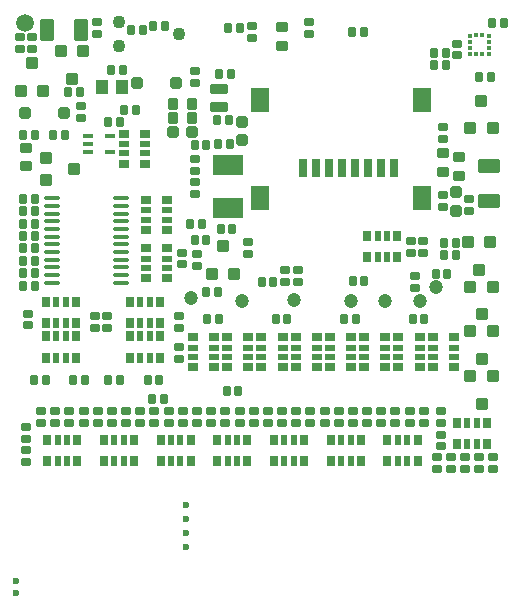
<source format=gbs>
G75*
G70*
%OFA0B0*%
%FSLAX25Y25*%
%IPPOS*%
%LPD*%
%AMOC8*
5,1,8,0,0,1.08239X$1,22.5*
%
%AMM17*
21,1,0.039370,0.030320,0.000000,0.000000,90.000000*
21,1,0.028350,0.041340,0.000000,0.000000,90.000000*
1,1,0.011020,0.015160,0.014170*
1,1,0.011020,0.015160,-0.014170*
1,1,0.011020,-0.015160,-0.014170*
1,1,0.011020,-0.015160,0.014170*
%
%AMM23*
21,1,0.031500,0.018900,0.000000,0.000000,180.000000*
21,1,0.022840,0.027560,0.000000,0.000000,180.000000*
1,1,0.008660,-0.011420,0.009450*
1,1,0.008660,0.011420,0.009450*
1,1,0.008660,0.011420,-0.009450*
1,1,0.008660,-0.011420,-0.009450*
%
%AMM26*
21,1,0.029530,0.026380,0.000000,0.000000,90.000000*
21,1,0.020470,0.035430,0.000000,0.000000,90.000000*
1,1,0.009060,0.013190,0.010240*
1,1,0.009060,0.013190,-0.010240*
1,1,0.009060,-0.013190,-0.010240*
1,1,0.009060,-0.013190,0.010240*
%
%AMM27*
21,1,0.021650,0.027950,0.000000,0.000000,90.000000*
21,1,0.014170,0.035430,0.000000,0.000000,90.000000*
1,1,0.007480,0.013980,0.007090*
1,1,0.007480,0.013980,-0.007090*
1,1,0.007480,-0.013980,-0.007090*
1,1,0.007480,-0.013980,0.007090*
%
%AMM29*
21,1,0.016540,0.028980,0.000000,0.000000,90.000000*
21,1,0.010080,0.035430,0.000000,0.000000,90.000000*
1,1,0.006460,0.014490,0.005040*
1,1,0.006460,0.014490,-0.005040*
1,1,0.006460,-0.014490,-0.005040*
1,1,0.006460,-0.014490,0.005040*
%
%AMM32*
21,1,0.031500,0.018900,0.000000,0.000000,90.000000*
21,1,0.022840,0.027560,0.000000,0.000000,90.000000*
1,1,0.008660,0.009450,0.011420*
1,1,0.008660,0.009450,-0.011420*
1,1,0.008660,-0.009450,-0.011420*
1,1,0.008660,-0.009450,0.011420*
%
%AMM46*
21,1,0.037400,0.026770,0.000000,0.000000,180.000000*
21,1,0.026770,0.037400,0.000000,0.000000,180.000000*
1,1,0.010630,-0.013390,0.013390*
1,1,0.010630,0.013390,0.013390*
1,1,0.010630,0.013390,-0.013390*
1,1,0.010630,-0.013390,-0.013390*
%
%AMM47*
21,1,0.039370,0.030320,0.000000,0.000000,180.000000*
21,1,0.028350,0.041340,0.000000,0.000000,180.000000*
1,1,0.011020,-0.014170,0.015160*
1,1,0.011020,0.014170,0.015160*
1,1,0.011020,0.014170,-0.015160*
1,1,0.011020,-0.014170,-0.015160*
%
%AMM48*
21,1,0.039760,0.026770,0.000000,0.000000,0.000000*
21,1,0.029130,0.037400,0.000000,0.000000,0.000000*
1,1,0.010630,0.014570,-0.013390*
1,1,0.010630,-0.014570,-0.013390*
1,1,0.010630,-0.014570,0.013390*
1,1,0.010630,0.014570,0.013390*
%
%AMM49*
21,1,0.074800,0.036220,0.000000,0.000000,0.000000*
21,1,0.061810,0.049210,0.000000,0.000000,0.000000*
1,1,0.012990,0.030910,-0.018110*
1,1,0.012990,-0.030910,-0.018110*
1,1,0.012990,-0.030910,0.018110*
1,1,0.012990,0.030910,0.018110*
%
%AMM50*
21,1,0.062990,0.020470,0.000000,0.000000,90.000000*
21,1,0.053940,0.029530,0.000000,0.000000,90.000000*
1,1,0.009060,0.010240,0.026970*
1,1,0.009060,0.010240,-0.026970*
1,1,0.009060,-0.010240,-0.026970*
1,1,0.009060,-0.010240,0.026970*
%
%AMM51*
21,1,0.082680,0.045670,0.000000,0.000000,90.000000*
21,1,0.067320,0.061020,0.000000,0.000000,90.000000*
1,1,0.015350,0.022840,0.033660*
1,1,0.015350,0.022840,-0.033660*
1,1,0.015350,-0.022840,-0.033660*
1,1,0.015350,-0.022840,0.033660*
%
%AMM52*
21,1,0.029530,0.026380,0.000000,0.000000,0.000000*
21,1,0.020470,0.035430,0.000000,0.000000,0.000000*
1,1,0.009060,0.010240,-0.013190*
1,1,0.009060,-0.010240,-0.013190*
1,1,0.009060,-0.010240,0.013190*
1,1,0.009060,0.010240,0.013190*
%
%AMM53*
21,1,0.021650,0.027950,0.000000,0.000000,0.000000*
21,1,0.014170,0.035430,0.000000,0.000000,0.000000*
1,1,0.007480,0.007090,-0.013980*
1,1,0.007480,-0.007090,-0.013980*
1,1,0.007480,-0.007090,0.013980*
1,1,0.007480,0.007090,0.013980*
%
%AMM54*
21,1,0.031500,0.030710,0.000000,0.000000,90.000000*
21,1,0.022050,0.040160,0.000000,0.000000,90.000000*
1,1,0.009450,0.015350,0.011020*
1,1,0.009450,0.015350,-0.011020*
1,1,0.009450,-0.015350,-0.011020*
1,1,0.009450,-0.015350,0.011020*
%
%AMM55*
21,1,0.031500,0.049610,0.000000,0.000000,270.000000*
21,1,0.022050,0.059060,0.000000,0.000000,270.000000*
1,1,0.009450,-0.024800,-0.011020*
1,1,0.009450,-0.024800,0.011020*
1,1,0.009450,0.024800,0.011020*
1,1,0.009450,0.024800,-0.011020*
%
%AMM56*
21,1,0.031500,0.030710,0.000000,0.000000,0.000000*
21,1,0.022050,0.040160,0.000000,0.000000,0.000000*
1,1,0.009450,0.011020,-0.015350*
1,1,0.009450,-0.011020,-0.015350*
1,1,0.009450,-0.011020,0.015350*
1,1,0.009450,0.011020,0.015350*
%
%AMM57*
21,1,0.074800,0.036220,0.000000,0.000000,90.000000*
21,1,0.061810,0.049210,0.000000,0.000000,90.000000*
1,1,0.012990,0.018110,0.030910*
1,1,0.012990,0.018110,-0.030910*
1,1,0.012990,-0.018110,-0.030910*
1,1,0.012990,-0.018110,0.030910*
%
%AMM58*
21,1,0.037400,0.026770,0.000000,0.000000,270.000000*
21,1,0.026770,0.037400,0.000000,0.000000,270.000000*
1,1,0.010630,-0.013390,-0.013390*
1,1,0.010630,-0.013390,0.013390*
1,1,0.010630,0.013390,0.013390*
1,1,0.010630,0.013390,-0.013390*
%
%ADD10C,0.02362*%
%ADD120M46*%
%ADD121M47*%
%ADD122M48*%
%ADD123R,0.04331X0.04724*%
%ADD124M49*%
%ADD125M50*%
%ADD126M51*%
%ADD127R,0.09843X0.07087*%
%ADD128M52*%
%ADD129M53*%
%ADD130M54*%
%ADD131M55*%
%ADD132M56*%
%ADD133M57*%
%ADD134M58*%
%ADD135O,0.05354X0.01378*%
%ADD136R,0.01378X0.01772*%
%ADD137R,0.01772X0.01378*%
%ADD70M17*%
%ADD77M23*%
%ADD81M26*%
%ADD82M27*%
%ADD86M29*%
%ADD92M32*%
%ADD93C,0.04294*%
%ADD94C,0.04724*%
%ADD95C,0.05906*%
X0000000Y0000000D02*
%LPD*%
G01*
D10*
X0094882Y0046654D03*
X0094882Y0041929D03*
X0094882Y0051378D03*
X0094882Y0056102D03*
X0038091Y0030669D03*
X0038091Y0026732D03*
X0036614Y0019488D02*
%LPD*%
G01*
D10*
X0094882Y0046653D03*
X0094882Y0041929D03*
X0094882Y0051378D03*
X0094882Y0056102D03*
X0038090Y0030669D03*
X0038090Y0026732D03*
X0036614Y0062992D02*
G01*
G75*
D70*
X0048229Y0164234D02*
D03*
X0057481Y0167974D02*
D03*
D70*
X0048229Y0171715D02*
D03*
D77*
X0068307Y0114960D02*
D03*
X0068307Y0118897D02*
D03*
X0188976Y0157874D02*
D03*
X0188976Y0153937D02*
D03*
X0065256Y0217126D02*
D03*
X0065256Y0213189D02*
D03*
X0098439Y0139764D02*
D03*
X0098439Y0135827D02*
D03*
X0115344Y0139692D02*
D03*
X0115344Y0143629D02*
D03*
X0093307Y0136220D02*
D03*
X0093307Y0140157D02*
D03*
X0042113Y0119808D02*
D03*
X0042113Y0115871D02*
D03*
X0059842Y0188976D02*
D03*
X0059842Y0185039D02*
D03*
X0039370Y0208071D02*
D03*
X0039370Y0212008D02*
D03*
X0171260Y0132283D02*
D03*
X0171260Y0128346D02*
D03*
X0097638Y0196850D02*
D03*
X0097638Y0200787D02*
D03*
X0127855Y0130413D02*
D03*
X0127855Y0134350D02*
D03*
X0116830Y0211713D02*
D03*
X0116830Y0215649D02*
D03*
X0169685Y0144094D02*
D03*
X0169685Y0140157D02*
D03*
X0173622Y0144094D02*
D03*
X0173622Y0140157D02*
D03*
X0043504Y0208071D02*
D03*
X0043504Y0212008D02*
D03*
X0180512Y0159449D02*
D03*
X0180512Y0155512D02*
D03*
X0180315Y0181890D02*
D03*
X0180315Y0177953D02*
D03*
X0132185Y0130413D02*
D03*
X0132185Y0134350D02*
D03*
X0135827Y0216929D02*
D03*
X0135827Y0212992D02*
D03*
X0097638Y0167323D02*
D03*
X0097638Y0171260D02*
D03*
X0097638Y0163779D02*
D03*
X0097638Y0159842D02*
D03*
X0084252Y0087401D02*
D03*
X0084252Y0083464D02*
D03*
X0088976Y0087401D02*
D03*
X0088976Y0083464D02*
D03*
X0093701Y0087401D02*
D03*
X0093701Y0083464D02*
D03*
X0098425Y0087401D02*
D03*
X0098425Y0083464D02*
D03*
X0183071Y0068110D02*
D03*
X0183071Y0072047D02*
D03*
X0187795Y0072047D02*
D03*
X0187795Y0068110D02*
D03*
X0192519Y0068110D02*
D03*
X0192519Y0072047D02*
D03*
X0197244Y0068110D02*
D03*
X0197244Y0072047D02*
D03*
X0064370Y0114960D02*
D03*
X0064370Y0118897D02*
D03*
X0092323Y0114960D02*
D03*
X0092323Y0118897D02*
D03*
X0060630Y0087401D02*
D03*
X0060630Y0083464D02*
D03*
X0055906Y0087401D02*
D03*
X0055906Y0083464D02*
D03*
X0051181Y0087401D02*
D03*
X0051181Y0083464D02*
D03*
X0046457Y0087401D02*
D03*
X0046457Y0083464D02*
D03*
X0079528Y0087401D02*
D03*
X0079528Y0083464D02*
D03*
X0074803Y0087401D02*
D03*
X0074803Y0083464D02*
D03*
X0070079Y0087401D02*
D03*
X0070079Y0083464D02*
D03*
X0065354Y0087401D02*
D03*
X0065354Y0083464D02*
D03*
X0117323Y0087401D02*
D03*
X0117323Y0083464D02*
D03*
X0112599Y0087401D02*
D03*
X0112599Y0083464D02*
D03*
X0107874Y0087401D02*
D03*
X0107874Y0083464D02*
D03*
X0103150Y0087401D02*
D03*
X0103150Y0083464D02*
D03*
X0136221Y0083464D02*
D03*
X0136221Y0087401D02*
D03*
X0131496Y0087401D02*
D03*
X0131496Y0083464D02*
D03*
X0126772Y0087401D02*
D03*
X0126772Y0083464D02*
D03*
X0122047Y0087401D02*
D03*
X0122047Y0083464D02*
D03*
X0155118Y0087401D02*
D03*
X0155118Y0083464D02*
D03*
X0150394Y0087401D02*
D03*
X0150394Y0083464D02*
D03*
X0145669Y0087401D02*
D03*
X0145669Y0083464D02*
D03*
X0140945Y0087401D02*
D03*
X0140945Y0083464D02*
D03*
X0169291Y0087401D02*
D03*
X0169291Y0083464D02*
D03*
X0164567Y0087401D02*
D03*
X0164567Y0083464D02*
D03*
X0159842Y0087401D02*
D03*
X0159842Y0083464D02*
D03*
X0041338Y0078149D02*
D03*
X0041338Y0082086D02*
D03*
X0178347Y0072047D02*
D03*
X0178347Y0068110D02*
D03*
X0092323Y0104724D02*
D03*
X0092323Y0108661D02*
D03*
X0179921Y0083464D02*
D03*
X0179921Y0087401D02*
D03*
X0041338Y0070472D02*
D03*
X0041338Y0074409D02*
D03*
X0179921Y0079527D02*
D03*
X0179921Y0075590D02*
D03*
X0185039Y0209842D02*
D03*
X0185039Y0205905D02*
D03*
X0174016Y0087401D02*
D03*
X0174016Y0083464D02*
D03*
D81*
X0074016Y0179823D02*
D03*
X0081102Y0179823D02*
D03*
X0081102Y0169783D02*
D03*
X0074016Y0169783D02*
D03*
X0088583Y0131594D02*
D03*
X0081496Y0131594D02*
D03*
X0081496Y0141634D02*
D03*
X0088583Y0141634D02*
D03*
X0088583Y0147736D02*
D03*
X0081496Y0147736D02*
D03*
X0081496Y0157776D02*
D03*
X0088583Y0157776D02*
D03*
X0184055Y0111909D02*
D03*
X0176968Y0111909D02*
D03*
X0176968Y0101870D02*
D03*
X0184055Y0101870D02*
D03*
X0165551Y0101870D02*
D03*
X0172638Y0101870D02*
D03*
X0172638Y0111909D02*
D03*
X0165551Y0111909D02*
D03*
X0115551Y0111909D02*
D03*
X0108465Y0111909D02*
D03*
X0108465Y0101870D02*
D03*
X0115551Y0101870D02*
D03*
X0097047Y0101870D02*
D03*
X0104134Y0101870D02*
D03*
X0104134Y0111909D02*
D03*
X0097047Y0111909D02*
D03*
X0138386Y0111909D02*
D03*
X0131299Y0111909D02*
D03*
X0131299Y0101870D02*
D03*
X0138386Y0101870D02*
D03*
X0119882Y0101870D02*
D03*
X0126969Y0101870D02*
D03*
X0126969Y0111909D02*
D03*
X0119882Y0111909D02*
D03*
X0161221Y0111909D02*
D03*
X0154134Y0111909D02*
D03*
X0154134Y0101870D02*
D03*
X0161221Y0101870D02*
D03*
X0142717Y0101870D02*
D03*
X0149803Y0101870D02*
D03*
X0149803Y0111909D02*
D03*
X0142717Y0111909D02*
D03*
D82*
X0081102Y0173228D02*
D03*
X0081102Y0176378D02*
D03*
X0074016Y0176378D02*
D03*
X0074016Y0173228D02*
D03*
X0081496Y0138189D02*
D03*
X0081496Y0135039D02*
D03*
X0088583Y0135039D02*
D03*
X0088583Y0138189D02*
D03*
X0081496Y0154331D02*
D03*
X0081496Y0151181D02*
D03*
X0088583Y0151181D02*
D03*
X0088583Y0154331D02*
D03*
X0184055Y0108464D02*
D03*
X0184055Y0105315D02*
D03*
X0176968Y0105315D02*
D03*
X0176968Y0108464D02*
D03*
X0165551Y0105315D02*
D03*
X0165551Y0108464D02*
D03*
X0172638Y0108464D02*
D03*
X0172638Y0105315D02*
D03*
X0115551Y0108464D02*
D03*
X0115551Y0105315D02*
D03*
X0108465Y0105315D02*
D03*
X0108465Y0108464D02*
D03*
X0097047Y0105315D02*
D03*
X0097047Y0108464D02*
D03*
X0104134Y0108464D02*
D03*
X0104134Y0105315D02*
D03*
X0138386Y0108464D02*
D03*
X0138386Y0105315D02*
D03*
X0131299Y0105315D02*
D03*
X0131299Y0108464D02*
D03*
X0119882Y0105315D02*
D03*
X0119882Y0108464D02*
D03*
X0126969Y0108464D02*
D03*
X0126969Y0105315D02*
D03*
X0161221Y0108464D02*
D03*
X0161221Y0105315D02*
D03*
X0154134Y0105315D02*
D03*
X0154134Y0108464D02*
D03*
X0142717Y0105315D02*
D03*
X0142717Y0108464D02*
D03*
X0149803Y0108464D02*
D03*
X0149803Y0105315D02*
D03*
D86*
X0062008Y0173819D02*
D03*
X0062008Y0176378D02*
D03*
X0062008Y0178937D02*
D03*
X0069488Y0178937D02*
D03*
X0069488Y0173819D02*
D03*
D92*
X0080315Y0214370D02*
D03*
X0076378Y0214370D02*
D03*
X0196457Y0198622D02*
D03*
X0192519Y0198622D02*
D03*
X0055357Y0193801D02*
D03*
X0059294Y0193801D02*
D03*
X0077953Y0187795D02*
D03*
X0074016Y0187795D02*
D03*
X0068897Y0183858D02*
D03*
X0072834Y0183858D02*
D03*
X0177953Y0133071D02*
D03*
X0181890Y0133071D02*
D03*
X0108661Y0214961D02*
D03*
X0112598Y0214961D02*
D03*
X0177362Y0202756D02*
D03*
X0181299Y0202756D02*
D03*
X0150000Y0213779D02*
D03*
X0153937Y0213779D02*
D03*
X0105524Y0126970D02*
D03*
X0101587Y0126970D02*
D03*
X0096260Y0149606D02*
D03*
X0100197Y0149606D02*
D03*
X0106299Y0148031D02*
D03*
X0110236Y0148031D02*
D03*
X0105512Y0176378D02*
D03*
X0109449Y0176378D02*
D03*
X0200787Y0216535D02*
D03*
X0196850Y0216535D02*
D03*
X0087598Y0215551D02*
D03*
X0083661Y0215551D02*
D03*
X0069685Y0201181D02*
D03*
X0073622Y0201181D02*
D03*
X0180709Y0139370D02*
D03*
X0184646Y0139370D02*
D03*
X0180709Y0143307D02*
D03*
X0184646Y0143307D02*
D03*
X0181299Y0206693D02*
D03*
X0177362Y0206693D02*
D03*
X0154232Y0130807D02*
D03*
X0150295Y0130807D02*
D03*
X0097638Y0175984D02*
D03*
X0101575Y0175984D02*
D03*
X0097638Y0144291D02*
D03*
X0101575Y0144291D02*
D03*
X0105905Y0199606D02*
D03*
X0109842Y0199606D02*
D03*
X0105118Y0184252D02*
D03*
X0109055Y0184252D02*
D03*
X0119980Y0130413D02*
D03*
X0123917Y0130413D02*
D03*
X0174213Y0118110D02*
D03*
X0170276Y0118110D02*
D03*
X0105709Y0118110D02*
D03*
X0101772Y0118110D02*
D03*
X0128543Y0118110D02*
D03*
X0124606Y0118110D02*
D03*
X0151378Y0118110D02*
D03*
X0147441Y0118110D02*
D03*
X0112205Y0094094D02*
D03*
X0108268Y0094094D02*
D03*
X0057153Y0097638D02*
D03*
X0061090Y0097638D02*
D03*
X0047964Y0097638D02*
D03*
X0044027Y0097638D02*
D03*
X0081957Y0097638D02*
D03*
X0085894Y0097638D02*
D03*
X0072768Y0097638D02*
D03*
X0068831Y0097638D02*
D03*
X0044488Y0179527D02*
D03*
X0040551Y0179527D02*
D03*
X0050394Y0179527D02*
D03*
X0054331Y0179527D02*
D03*
X0087402Y0091338D02*
D03*
X0083465Y0091338D02*
D03*
X0040551Y0129134D02*
D03*
X0044488Y0129134D02*
D03*
X0040551Y0141535D02*
D03*
X0044488Y0141535D02*
D03*
X0040551Y0145669D02*
D03*
X0044488Y0145669D02*
D03*
X0040551Y0153937D02*
D03*
X0044488Y0153937D02*
D03*
X0040551Y0149803D02*
D03*
X0044488Y0149803D02*
D03*
X0040551Y0158071D02*
D03*
X0044488Y0158071D02*
D03*
X0040551Y0137402D02*
D03*
X0044488Y0137402D02*
D03*
X0040551Y0133268D02*
D03*
X0044488Y0133268D02*
D03*
D93*
X0092362Y0212933D02*
D03*
X0072362Y0208933D02*
D03*
X0072362Y0216933D02*
D03*
D94*
X0130709Y0124409D02*
D03*
X0177953Y0128740D02*
D03*
X0172835Y0124016D02*
D03*
X0161023Y0124016D02*
D03*
X0149606Y0124016D02*
D03*
X0113386Y0124016D02*
D03*
X0096456Y0125197D02*
D03*
D95*
X0040945Y0216535D02*
D03*
D120*
X0090591Y0180512D02*
D03*
X0096811Y0180512D02*
D03*
D121*
X0193194Y0190863D02*
D03*
X0196934Y0181611D02*
D03*
X0110765Y0133112D02*
D03*
X0107025Y0142364D02*
D03*
X0047244Y0193976D02*
D03*
X0043504Y0203228D02*
D03*
X0052953Y0207401D02*
D03*
X0056693Y0198150D02*
D03*
X0189567Y0099016D02*
D03*
X0193307Y0089764D02*
D03*
X0193307Y0104659D02*
D03*
X0189567Y0113911D02*
D03*
X0189567Y0128806D02*
D03*
X0193307Y0119554D02*
D03*
X0188780Y0143701D02*
D03*
X0192520Y0134449D02*
D03*
D121*
X0189454Y0181611D02*
D03*
X0103285Y0133112D02*
D03*
X0039764Y0193976D02*
D03*
X0060433Y0207402D02*
D03*
X0197047Y0099016D02*
D03*
X0197047Y0113911D02*
D03*
X0197047Y0128806D02*
D03*
X0196260Y0143701D02*
D03*
D122*
X0040945Y0186614D02*
D03*
X0053937Y0186614D02*
D03*
X0078346Y0196850D02*
D03*
X0091339Y0196850D02*
D03*
D123*
X0073425Y0195275D02*
D03*
X0066732Y0195275D02*
D03*
D124*
X0195669Y0157480D02*
D03*
X0195669Y0168897D02*
D03*
D125*
X0133740Y0168516D02*
D03*
X0138071Y0168516D02*
D03*
X0142402Y0168516D02*
D03*
X0146732Y0168516D02*
D03*
X0151063Y0168516D02*
D03*
X0155394Y0168516D02*
D03*
X0159725Y0168516D02*
D03*
X0164055Y0168516D02*
D03*
D126*
X0173425Y0158280D02*
D03*
X0173425Y0190957D02*
D03*
X0119292Y0190957D02*
D03*
X0119292Y0158280D02*
D03*
D127*
X0108662Y0169488D02*
D03*
X0108662Y0154921D02*
D03*
D128*
X0155217Y0145669D02*
D03*
X0155217Y0138583D02*
D03*
X0165256Y0138583D02*
D03*
X0165256Y0145669D02*
D03*
X0086319Y0070669D02*
D03*
X0086319Y0077756D02*
D03*
X0096358Y0077756D02*
D03*
X0096358Y0070669D02*
D03*
X0058169Y0105118D02*
D03*
X0058169Y0112205D02*
D03*
X0048130Y0112205D02*
D03*
X0048130Y0105118D02*
D03*
X0048130Y0123622D02*
D03*
X0048130Y0116535D02*
D03*
X0058169Y0116535D02*
D03*
X0058169Y0123622D02*
D03*
X0086122Y0105118D02*
D03*
X0086122Y0112205D02*
D03*
X0076083Y0112205D02*
D03*
X0076083Y0105118D02*
D03*
X0076083Y0123622D02*
D03*
X0076083Y0116535D02*
D03*
X0086122Y0116535D02*
D03*
X0086122Y0123622D02*
D03*
X0048524Y0070669D02*
D03*
X0048524Y0077756D02*
D03*
X0058563Y0077756D02*
D03*
X0058563Y0070669D02*
D03*
X0067421Y0070669D02*
D03*
X0067421Y0077756D02*
D03*
X0077460Y0077756D02*
D03*
X0077460Y0070669D02*
D03*
X0105216Y0070669D02*
D03*
X0105216Y0077756D02*
D03*
X0115256Y0077756D02*
D03*
X0115256Y0070669D02*
D03*
X0124114Y0070669D02*
D03*
X0124114Y0077756D02*
D03*
X0134154Y0077756D02*
D03*
X0134154Y0070669D02*
D03*
X0143012Y0070669D02*
D03*
X0143012Y0077756D02*
D03*
X0153051Y0077756D02*
D03*
X0153051Y0070669D02*
D03*
X0161909Y0070669D02*
D03*
X0161909Y0077756D02*
D03*
X0171949Y0077756D02*
D03*
X0171949Y0070669D02*
D03*
X0195177Y0076378D02*
D03*
X0195177Y0083464D02*
D03*
X0185138Y0083464D02*
D03*
X0185138Y0076378D02*
D03*
D129*
X0158661Y0145669D02*
D03*
X0161811Y0145669D02*
D03*
X0161811Y0138583D02*
D03*
X0158661Y0138583D02*
D03*
X0092913Y0077756D02*
D03*
X0089764Y0077756D02*
D03*
X0089764Y0070669D02*
D03*
X0092913Y0070669D02*
D03*
X0054724Y0105118D02*
D03*
X0051575Y0105118D02*
D03*
X0051575Y0112205D02*
D03*
X0054724Y0112205D02*
D03*
X0051575Y0123622D02*
D03*
X0054724Y0123622D02*
D03*
X0054724Y0116535D02*
D03*
X0051575Y0116535D02*
D03*
X0082677Y0105118D02*
D03*
X0079527Y0105118D02*
D03*
X0079527Y0112205D02*
D03*
X0082677Y0112205D02*
D03*
X0079528Y0123622D02*
D03*
X0082677Y0123622D02*
D03*
X0082677Y0116535D02*
D03*
X0079528Y0116535D02*
D03*
X0055118Y0077756D02*
D03*
X0051969Y0077756D02*
D03*
X0051969Y0070669D02*
D03*
X0055118Y0070669D02*
D03*
X0074016Y0077756D02*
D03*
X0070866Y0077756D02*
D03*
X0070866Y0070669D02*
D03*
X0074016Y0070669D02*
D03*
X0111811Y0077756D02*
D03*
X0108661Y0077756D02*
D03*
X0108661Y0070669D02*
D03*
X0111811Y0070669D02*
D03*
X0130709Y0077756D02*
D03*
X0127559Y0077756D02*
D03*
X0127559Y0070669D02*
D03*
X0130709Y0070669D02*
D03*
X0149606Y0077756D02*
D03*
X0146457Y0077756D02*
D03*
X0146457Y0070669D02*
D03*
X0149606Y0070669D02*
D03*
X0168504Y0077756D02*
D03*
X0165354Y0077756D02*
D03*
X0165354Y0070669D02*
D03*
X0168504Y0070669D02*
D03*
X0191732Y0076378D02*
D03*
X0188583Y0076378D02*
D03*
X0188583Y0083464D02*
D03*
X0191732Y0083464D02*
D03*
D130*
X0180315Y0173228D02*
D03*
X0180315Y0166929D02*
D03*
X0126673Y0208957D02*
D03*
X0126673Y0215256D02*
D03*
X0041339Y0175197D02*
D03*
X0041339Y0168897D02*
D03*
X0185827Y0165748D02*
D03*
X0185827Y0172047D02*
D03*
D131*
X0105905Y0194685D02*
D03*
X0105905Y0188779D02*
D03*
D132*
X0096851Y0189764D02*
D03*
X0090551Y0189764D02*
D03*
X0096851Y0185138D02*
D03*
X0090551Y0185138D02*
D03*
D133*
X0048425Y0214370D02*
D03*
X0059842Y0214370D02*
D03*
D134*
X0184842Y0154173D02*
D03*
X0184842Y0160394D02*
D03*
X0113386Y0183819D02*
D03*
X0113386Y0177598D02*
D03*
D135*
X0050236Y0130118D02*
D03*
X0050236Y0132677D02*
D03*
X0050236Y0135236D02*
D03*
X0050236Y0137795D02*
D03*
X0050236Y0140354D02*
D03*
X0050236Y0142913D02*
D03*
X0050236Y0145472D02*
D03*
X0050236Y0148031D02*
D03*
X0050236Y0150590D02*
D03*
X0050236Y0153150D02*
D03*
X0050236Y0155708D02*
D03*
X0050236Y0158268D02*
D03*
X0073229Y0130118D02*
D03*
X0073229Y0132677D02*
D03*
X0073229Y0135236D02*
D03*
X0073229Y0137795D02*
D03*
X0073229Y0140354D02*
D03*
X0073229Y0142913D02*
D03*
X0073229Y0145472D02*
D03*
X0073229Y0148031D02*
D03*
X0073229Y0150590D02*
D03*
X0073229Y0153150D02*
D03*
X0073229Y0155708D02*
D03*
X0073229Y0158268D02*
D03*
D136*
X0193504Y0206299D02*
D03*
X0191536Y0206299D02*
D03*
X0191536Y0212598D02*
D03*
X0193504Y0212598D02*
D03*
D137*
X0189370Y0206496D02*
D03*
X0189370Y0208465D02*
D03*
X0189370Y0210433D02*
D03*
X0189370Y0212401D02*
D03*
X0195670Y0206496D02*
D03*
X0195670Y0212401D02*
D03*
X0195670Y0208465D02*
D03*
X0195670Y0210433D02*
D03*
M02*

</source>
